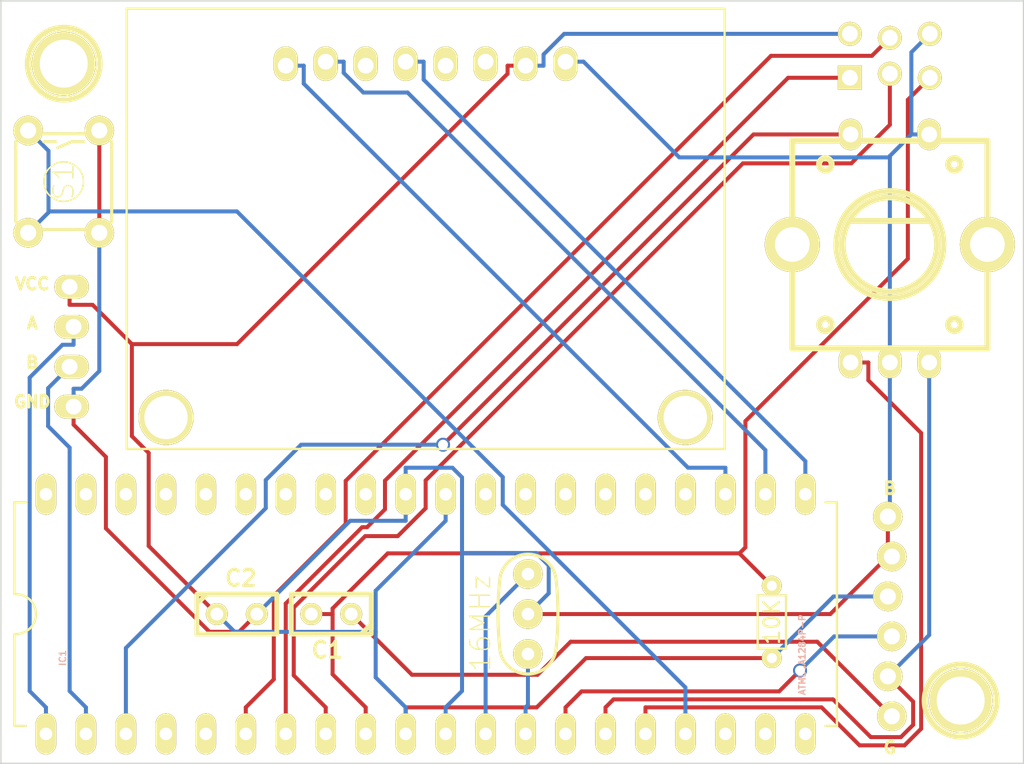
<source format=kicad_pcb>
(kicad_pcb (version 3) (host pcbnew "(2013-07-07 BZR 4022)-stable")

  (general
    (links 40)
    (no_connects 0)
    (area 222.949999 130.6364 291.529863 185.550001)
    (thickness 1.6)
    (drawings 10)
    (tracks 188)
    (zones 0)
    (modules 13)
    (nets 20)
  )

  (page A3)
  (layers
    (15 F.Cu signal)
    (0 B.Cu signal)
    (16 B.Adhes user)
    (17 F.Adhes user)
    (18 B.Paste user)
    (19 F.Paste user)
    (20 B.SilkS user)
    (21 F.SilkS user)
    (22 B.Mask user)
    (23 F.Mask user)
    (24 Dwgs.User user)
    (25 Cmts.User user)
    (26 Eco1.User user)
    (27 Eco2.User user)
    (28 Edge.Cuts user)
  )

  (setup
    (last_trace_width 0.254)
    (trace_clearance 0.254)
    (zone_clearance 0.508)
    (zone_45_only no)
    (trace_min 0.254)
    (segment_width 0.2)
    (edge_width 0.1)
    (via_size 0.889)
    (via_drill 0.635)
    (via_min_size 0.889)
    (via_min_drill 0.508)
    (uvia_size 0.508)
    (uvia_drill 0.127)
    (uvias_allowed no)
    (uvia_min_size 0.508)
    (uvia_min_drill 0.127)
    (pcb_text_width 0.3)
    (pcb_text_size 1.5 1.5)
    (mod_edge_width 0.15)
    (mod_text_size 1 1)
    (mod_text_width 0.15)
    (pad_size 3.5 3.5)
    (pad_drill 2.75)
    (pad_to_mask_clearance 0)
    (aux_axis_origin 0 0)
    (visible_elements 7FFFFFFF)
    (pcbplotparams
      (layerselection 284196865)
      (usegerberextensions true)
      (excludeedgelayer true)
      (linewidth 0.150000)
      (plotframeref false)
      (viasonmask false)
      (mode 1)
      (useauxorigin false)
      (hpglpennumber 1)
      (hpglpenspeed 20)
      (hpglpendiameter 15)
      (hpglpenoverlay 2)
      (psnegative false)
      (psa4output false)
      (plotreference true)
      (plotvalue true)
      (plotothertext true)
      (plotinvisibletext false)
      (padsonsilk false)
      (subtractmaskfromsilk false)
      (outputformat 1)
      (mirror false)
      (drillshape 0)
      (scaleselection 1)
      (outputdirectory gerber/))
  )

  (net 0 "")
  (net 1 5VCC)
  (net 2 BTN)
  (net 3 DISP_RST)
  (net 4 ENC_A)
  (net 5 ENC_B)
  (net 6 ENC_BTN)
  (net 7 GND)
  (net 8 MISO)
  (net 9 MOSI)
  (net 10 N-0000042)
  (net 11 NEOA)
  (net 12 NEOB)
  (net 13 RST)
  (net 14 SCK)
  (net 15 SCL)
  (net 16 SDA)
  (net 17 TOSC1)
  (net 18 TOSC2)
  (net 19 TXO)

  (net_class Default "This is the default net class."
    (clearance 0.254)
    (trace_width 0.254)
    (via_dia 0.889)
    (via_drill 0.635)
    (uvia_dia 0.508)
    (uvia_drill 0.127)
    (add_net "")
    (add_net 5VCC)
    (add_net BTN)
    (add_net DISP_RST)
    (add_net ENC_A)
    (add_net ENC_B)
    (add_net ENC_BTN)
    (add_net GND)
    (add_net MISO)
    (add_net MOSI)
    (add_net N-0000042)
    (add_net NEOA)
    (add_net NEOB)
    (add_net RST)
    (add_net SCK)
    (add_net SCL)
    (add_net SDA)
    (add_net TOSC1)
    (add_net TOSC2)
    (add_net TXO)
  )

  (module 1pin (layer F.Cu) (tedit 52C10461) (tstamp 52C4AB7E)
    (at 284 181.5)
    (descr "module 1 pin (ou trou mecanique de percage)")
    (tags DEV)
    (path 1pin)
    (fp_text reference 1PIN2 (at 0 -3.048) (layer F.SilkS) hide
      (effects (font (size 1.016 1.016) (thickness 0.254)))
    )
    (fp_text value p2 (at 0 2.794) (layer F.SilkS) hide
      (effects (font (size 1.016 1.016) (thickness 0.254)))
    )
    (fp_circle (center 0 0) (end 0 -2.286) (layer F.SilkS) (width 0.381))
    (pad 1 thru_hole circle (at 0 0) (size 4.064 4.064) (drill 3.048)
      (layers *.Cu *.Mask F.SilkS)
    )
  )

  (module pin_strip_4_shifted (layer F.Cu) (tedit 528D619F) (tstamp 52C0E803)
    (at 227.5 159 270)
    (descr "Pin strip 4pin")
    (tags "CONN DEV")
    (path /52C0DFAD)
    (fp_text reference J1 (at 0 -2.159 270) (layer F.SilkS) hide
      (effects (font (size 1.016 1.016) (thickness 0.2032)))
    )
    (fp_text value J_SIGNAL (at 0.254 -3.556 270) (layer F.SilkS) hide
      (effects (font (size 1.016 0.889) (thickness 0.2032)))
    )
    (pad 1 thru_hole oval (at -3.81 0.127 270) (size 1.524 2.19964) (drill 1.00076 (offset 0 -0.127))
      (layers *.Cu *.Mask F.SilkS)
      (net 1 5VCC)
    )
    (pad 2 thru_hole oval (at -1.27 -0.127 270) (size 1.524 2.19964) (drill 1.00076 (offset 0 0.127))
      (layers *.Cu *.Mask F.SilkS)
      (net 11 NEOA)
    )
    (pad 3 thru_hole oval (at 1.27 0.127 270) (size 1.524 2.19964) (drill 1.00076 (offset 0 -0.127))
      (layers *.Cu *.Mask F.SilkS)
      (net 12 NEOB)
    )
    (pad 4 thru_hole oval (at 3.81 -0.127 270) (size 1.524 2.19964) (drill 1.00076 (offset 0 0.127))
      (layers *.Cu *.Mask F.SilkS)
      (net 7 GND)
    )
    (model walter/pin_strip/pin_strip_4.wrl
      (at (xyz 0 0 0))
      (scale (xyz 1 1 1))
      (rotate (xyz 0 0 0))
    )
  )

  (module ML_RESONATOR_16MHZ_PTH (layer F.Cu) (tedit 52C0F9C2) (tstamp 52C0E80E)
    (at 256.5 176 270)
    (path /522FBF5A)
    (attr virtual)
    (fp_text reference Y1 (at 0 -2.54 270) (layer F.SilkS) hide
      (effects (font (size 1.27 1.27) (thickness 0.0889)))
    )
    (fp_text value 16MHz (at 0.5842 3.0226 270) (layer F.SilkS)
      (effects (font (size 1.27 1.27) (thickness 0.0889)))
    )
    (fp_arc (start -2.00914 0) (end -2.286 1.778) (angle 162.4) (layer F.SilkS) (width 0.2032))
    (fp_arc (start 2.00914 0) (end 2.286 -1.778) (angle 162.4) (layer F.SilkS) (width 0.2032))
    (fp_arc (start 0 -18.7325) (end 2.286 1.778) (angle 12.7) (layer F.SilkS) (width 0.2032))
    (fp_arc (start 0 18.669) (end -2.286 -1.778) (angle 12.7) (layer F.SilkS) (width 0.2032))
    (pad 1 thru_hole circle (at -2.54 0 270) (size 1.8796 1.8796) (drill 0.79756)
      (layers *.Cu *.Mask F.Paste F.SilkS)
      (net 18 TOSC2)
    )
    (pad 2 thru_hole circle (at 0 0 270) (size 1.8796 1.8796) (drill 0.79756)
      (layers *.Cu *.Mask F.Paste F.SilkS)
      (net 7 GND)
    )
    (pad 3 thru_hole circle (at 2.54 0 270) (size 1.8796 1.8796) (drill 0.79756)
      (layers *.Cu *.Mask F.Paste F.SilkS)
      (net 17 TOSC1)
    )
  )

  (module ML_FTDI_shifted_pads (layer F.Cu) (tedit 528D5F41) (tstamp 52C0E832)
    (at 279.5 182.5 90)
    (path /522FBB4E)
    (attr virtual)
    (fp_text reference JP2 (at 4.36626 -2.4638 90) (layer F.SilkS) hide
      (effects (font (size 1.27 1.27) (thickness 0.0889)))
    )
    (fp_text value FTDI (at 6 2.5 90) (layer F.SilkS) hide
      (effects (font (size 1.27 1.27) (thickness 0.0889)))
    )
    (fp_line (start 12.446 0.254) (end 12.954 0.254) (layer F.SilkS) (width 0.06604))
    (fp_line (start 12.954 0.254) (end 12.954 -0.254) (layer F.SilkS) (width 0.06604))
    (fp_line (start 12.446 -0.254) (end 12.954 -0.254) (layer F.SilkS) (width 0.06604))
    (fp_line (start 12.446 0.254) (end 12.446 -0.254) (layer F.SilkS) (width 0.06604))
    (fp_line (start 9.906 0.254) (end 10.414 0.254) (layer F.SilkS) (width 0.06604))
    (fp_line (start 10.414 0.254) (end 10.414 -0.254) (layer F.SilkS) (width 0.06604))
    (fp_line (start 9.906 -0.254) (end 10.414 -0.254) (layer F.SilkS) (width 0.06604))
    (fp_line (start 9.906 0.254) (end 9.906 -0.254) (layer F.SilkS) (width 0.06604))
    (fp_line (start 7.366 0.254) (end 7.874 0.254) (layer F.SilkS) (width 0.06604))
    (fp_line (start 7.874 0.254) (end 7.874 -0.254) (layer F.SilkS) (width 0.06604))
    (fp_line (start 7.366 -0.254) (end 7.874 -0.254) (layer F.SilkS) (width 0.06604))
    (fp_line (start 7.366 0.254) (end 7.366 -0.254) (layer F.SilkS) (width 0.06604))
    (fp_line (start 4.826 0.254) (end 5.334 0.254) (layer F.SilkS) (width 0.06604))
    (fp_line (start 5.334 0.254) (end 5.334 -0.254) (layer F.SilkS) (width 0.06604))
    (fp_line (start 4.826 -0.254) (end 5.334 -0.254) (layer F.SilkS) (width 0.06604))
    (fp_line (start 4.826 0.254) (end 4.826 -0.254) (layer F.SilkS) (width 0.06604))
    (fp_line (start 2.286 0.254) (end 2.794 0.254) (layer F.SilkS) (width 0.06604))
    (fp_line (start 2.794 0.254) (end 2.794 -0.254) (layer F.SilkS) (width 0.06604))
    (fp_line (start 2.286 -0.254) (end 2.794 -0.254) (layer F.SilkS) (width 0.06604))
    (fp_line (start 2.286 0.254) (end 2.286 -0.254) (layer F.SilkS) (width 0.06604))
    (fp_line (start -0.254 0.254) (end 0.254 0.254) (layer F.SilkS) (width 0.06604))
    (fp_line (start 0.254 0.254) (end 0.254 -0.254) (layer F.SilkS) (width 0.06604))
    (fp_line (start -0.254 -0.254) (end 0.254 -0.254) (layer F.SilkS) (width 0.06604))
    (fp_line (start -0.254 0.254) (end -0.254 -0.254) (layer F.SilkS) (width 0.06604))
    (fp_text user G (at -2.159 0 90) (layer F.SilkS) hide
      (effects (font (size 1.27 1.27) (thickness 0.0889)))
    )
    (fp_text user B (at 14.732 0 90) (layer F.SilkS) hide
      (effects (font (size 1.27 1.27) (thickness 0.0889)))
    )
    (pad CTS thru_hole circle (at 10.16 0.127 90) (size 1.8796 1.8796) (drill 1.016)
      (layers *.Cu *.Mask F.Paste F.SilkS)
      (net 7 GND)
    )
    (pad DTR thru_hole circle (at 0 0.127 90) (size 1.8796 1.8796) (drill 1.016)
      (layers *.Cu *.Mask F.Paste F.SilkS)
      (net 10 N-0000042)
    )
    (pad GND thru_hole circle (at 12.7 -0.127 90) (size 1.8796 1.8796) (drill 1.016)
      (layers *.Cu *.Mask F.Paste F.SilkS)
      (net 7 GND)
    )
    (pad RXI thru_hole circle (at 2.54 -0.127 90) (size 1.8796 1.8796) (drill 1.016)
      (layers *.Cu *.Mask F.Paste F.SilkS)
      (net 5 ENC_B)
    )
    (pad TXO thru_hole circle (at 5.08 0.127 90) (size 1.8796 1.8796) (drill 1.016)
      (layers *.Cu *.Mask F.Paste F.SilkS)
      (net 19 TXO)
    )
    (pad VCC thru_hole circle (at 7.62 -0.127 90) (size 1.8796 1.8796) (drill 1.016)
      (layers *.Cu *.Mask F.Paste F.SilkS)
      (net 1 5VCC)
    )
  )

  (module ML_DIL40 (layer F.Cu) (tedit 52C0E775) (tstamp 52C2C400)
    (at 250 176)
    (descr "DUAL IN LINE PACKAGE: 40-PIN PDIP")
    (tags "DUAL IN LINE PACKAGE: 40-PIN PDIP")
    (path /5277F70B)
    (attr virtual)
    (fp_text reference IC1 (at -23.0632 2.794 90) (layer B.SilkS)
      (effects (font (size 0.4064 0.4064) (thickness 0.0889)))
    )
    (fp_text value ATMEGA1284P-P (at 23.9268 2.58826 90) (layer B.SilkS)
      (effects (font (size 0.4064 0.4064) (thickness 0.0889)))
    )
    (fp_line (start 26.1366 -7.112) (end 26.1366 7.112) (layer F.SilkS) (width 0.1524))
    (fp_line (start -26.1366 7.112) (end -26.1366 1.27) (layer F.SilkS) (width 0.1524))
    (fp_line (start -26.1366 -7.112) (end -26.1366 -1.27) (layer F.SilkS) (width 0.1524))
    (fp_line (start -26.1366 -7.112) (end -25.4 -7.112) (layer F.SilkS) (width 0.1524))
    (fp_line (start -26.1366 7.112) (end -25.4 7.112) (layer F.SilkS) (width 0.1524))
    (fp_line (start 26.1366 7.112) (end 25.4 7.112) (layer F.SilkS) (width 0.1524))
    (fp_line (start 26.1366 -7.112) (end 25.4 -7.112) (layer F.SilkS) (width 0.1524))
    (fp_arc (start -26.035 0) (end -26.035 -1.27) (angle 180) (layer F.SilkS) (width 0.1524))
    (pad 1 thru_hole oval (at -24.13 7.62) (size 1.30556 2.61366) (drill 0.79756)
      (layers *.Cu *.Mask F.Paste F.SilkS)
      (net 11 NEOA)
    )
    (pad 2 thru_hole oval (at -21.59 7.62) (size 1.30556 2.61366) (drill 0.79756)
      (layers *.Cu *.Mask F.Paste F.SilkS)
      (net 12 NEOB)
    )
    (pad 3 thru_hole oval (at -19.05 7.62) (size 1.30556 2.61366) (drill 0.79756)
      (layers *.Cu *.Mask F.Paste F.SilkS)
      (net 6 ENC_BTN)
    )
    (pad 4 thru_hole oval (at -16.51 7.62) (size 1.30556 2.61366) (drill 0.79756)
      (layers *.Cu *.Mask F.Paste F.SilkS)
    )
    (pad 5 thru_hole oval (at -13.97 7.62) (size 1.30556 2.61366) (drill 0.79756)
      (layers *.Cu *.Mask F.Paste F.SilkS)
    )
    (pad 6 thru_hole oval (at -11.43 7.62) (size 1.30556 2.61366) (drill 0.79756)
      (layers *.Cu *.Mask F.Paste F.SilkS)
      (net 9 MOSI)
    )
    (pad 7 thru_hole oval (at -8.89 7.62) (size 1.30556 2.61366) (drill 0.79756)
      (layers *.Cu *.Mask F.Paste F.SilkS)
      (net 8 MISO)
    )
    (pad 8 thru_hole oval (at -6.35 7.62) (size 1.30556 2.61366) (drill 0.79756)
      (layers *.Cu *.Mask F.Paste F.SilkS)
      (net 14 SCK)
    )
    (pad 9 thru_hole oval (at -3.81 7.62) (size 1.30556 2.61366) (drill 0.79756)
      (layers *.Cu *.Mask F.Paste F.SilkS)
      (net 13 RST)
    )
    (pad 10 thru_hole oval (at -1.27 7.62) (size 1.30556 2.61366) (drill 0.79756)
      (layers *.Cu *.Mask F.Paste F.SilkS)
      (net 1 5VCC)
    )
    (pad 11 thru_hole oval (at 1.27 7.62) (size 1.30556 2.61366) (drill 0.79756)
      (layers *.Cu *.Mask F.Paste F.SilkS)
      (net 7 GND)
    )
    (pad 12 thru_hole oval (at 3.81 7.62) (size 1.30556 2.61366) (drill 0.79756)
      (layers *.Cu *.Mask F.Paste F.SilkS)
      (net 18 TOSC2)
    )
    (pad 13 thru_hole oval (at 6.35 7.62) (size 1.30556 2.61366) (drill 0.79756)
      (layers *.Cu *.Mask F.Paste F.SilkS)
      (net 17 TOSC1)
    )
    (pad 14 thru_hole oval (at 8.89 7.62) (size 1.30556 2.61366) (drill 0.79756)
      (layers *.Cu *.Mask F.Paste F.SilkS)
      (net 19 TXO)
    )
    (pad 15 thru_hole oval (at 11.43 7.62) (size 1.30556 2.61366) (drill 0.79756)
      (layers *.Cu *.Mask F.Paste F.SilkS)
      (net 5 ENC_B)
    )
    (pad 16 thru_hole oval (at 13.97 7.62) (size 1.30556 2.61366) (drill 0.79756)
      (layers *.Cu *.Mask F.Paste F.SilkS)
      (net 4 ENC_A)
    )
    (pad 17 thru_hole oval (at 16.51 7.62) (size 1.30556 2.61366) (drill 0.79756)
      (layers *.Cu *.Mask F.Paste F.SilkS)
      (net 2 BTN)
    )
    (pad 18 thru_hole oval (at 19.05 7.62) (size 1.30556 2.61366) (drill 0.79756)
      (layers *.Cu *.Mask F.Paste F.SilkS)
    )
    (pad 19 thru_hole oval (at 21.59 7.62) (size 1.30556 2.61366) (drill 0.79756)
      (layers *.Cu *.Mask F.Paste F.SilkS)
    )
    (pad 20 thru_hole oval (at 24.13 7.62) (size 1.30556 2.61366) (drill 0.79756)
      (layers *.Cu *.Mask F.Paste F.SilkS)
    )
    (pad 21 thru_hole oval (at 24.13 -7.62) (size 1.30556 2.61366) (drill 0.79756)
      (layers *.Cu *.Mask F.Paste F.SilkS)
      (net 3 DISP_RST)
    )
    (pad 22 thru_hole oval (at 21.59 -7.62) (size 1.30556 2.61366) (drill 0.79756)
      (layers *.Cu *.Mask F.Paste F.SilkS)
      (net 15 SCL)
    )
    (pad 23 thru_hole oval (at 19.05 -7.62) (size 1.30556 2.61366) (drill 0.79756)
      (layers *.Cu *.Mask F.Paste F.SilkS)
      (net 16 SDA)
    )
    (pad 24 thru_hole oval (at 16.51 -7.62) (size 1.30556 2.61366) (drill 0.79756)
      (layers *.Cu *.Mask F.Paste F.SilkS)
    )
    (pad 25 thru_hole oval (at 13.97 -7.62) (size 1.30556 2.61366) (drill 0.79756)
      (layers *.Cu *.Mask F.Paste F.SilkS)
    )
    (pad 26 thru_hole oval (at 11.43 -7.62) (size 1.30556 2.61366) (drill 0.79756)
      (layers *.Cu *.Mask F.Paste F.SilkS)
    )
    (pad 27 thru_hole oval (at 8.89 -7.62) (size 1.30556 2.61366) (drill 0.79756)
      (layers *.Cu *.Mask F.Paste F.SilkS)
    )
    (pad 28 thru_hole oval (at 6.35 -7.62) (size 1.30556 2.61366) (drill 0.79756)
      (layers *.Cu *.Mask F.Paste F.SilkS)
    )
    (pad 29 thru_hole oval (at 3.81 -7.62) (size 1.30556 2.61366) (drill 0.79756)
      (layers *.Cu *.Mask F.Paste F.SilkS)
    )
    (pad 30 thru_hole oval (at 1.27 -7.62) (size 1.30556 2.61366) (drill 0.79756)
      (layers *.Cu *.Mask F.Paste F.SilkS)
      (net 1 5VCC)
    )
    (pad 31 thru_hole oval (at -1.27 -7.62) (size 1.30556 2.61366) (drill 0.79756)
      (layers *.Cu *.Mask F.Paste F.SilkS)
      (net 7 GND)
    )
    (pad 32 thru_hole oval (at -3.81 -7.62) (size 1.30556 2.61366) (drill 0.79756)
      (layers *.Cu *.Mask F.Paste F.SilkS)
    )
    (pad 33 thru_hole oval (at -6.35 -7.62) (size 1.30556 2.61366) (drill 0.79756)
      (layers *.Cu *.Mask F.Paste F.SilkS)
    )
    (pad 34 thru_hole oval (at -8.89 -7.62) (size 1.30556 2.61366) (drill 0.79756)
      (layers *.Cu *.Mask F.Paste F.SilkS)
    )
    (pad 35 thru_hole oval (at -11.43 -7.62) (size 1.30556 2.61366) (drill 0.79756)
      (layers *.Cu *.Mask F.Paste F.SilkS)
    )
    (pad 36 thru_hole oval (at -13.97 -7.62) (size 1.30556 2.61366) (drill 0.79756)
      (layers *.Cu *.Mask F.Paste F.SilkS)
    )
    (pad 37 thru_hole oval (at -16.51 -7.62) (size 1.30556 2.61366) (drill 0.79756)
      (layers *.Cu *.Mask F.Paste F.SilkS)
    )
    (pad 38 thru_hole oval (at -19.05 -7.62) (size 1.30556 2.61366) (drill 0.79756)
      (layers *.Cu *.Mask F.Paste F.SilkS)
    )
    (pad 39 thru_hole oval (at -21.59 -7.62) (size 1.30556 2.61366) (drill 0.79756)
      (layers *.Cu *.Mask F.Paste F.SilkS)
    )
    (pad 40 thru_hole oval (at -24.13 -7.62) (size 1.30556 2.61366) (drill 0.79756)
      (layers *.Cu *.Mask F.Paste F.SilkS)
    )
  )

  (module ICSP_shifted_pads (layer F.Cu) (tedit 528D6071) (tstamp 52C0E889)
    (at 279.5 140.5)
    (descr "Pin strip 3x2pin")
    (tags "CONN DEV")
    (path /522FB9A7)
    (fp_text reference JP1 (at 0 -3.81) (layer F.SilkS) hide
      (effects (font (size 1.016 1.016) (thickness 0.2032)))
    )
    (fp_text value ICSP (at 0 -5.08) (layer F.SilkS) hide
      (effects (font (size 1.016 0.889) (thickness 0.2032)))
    )
    (pad 1 thru_hole rect (at -2.54 1.397) (size 1.524 1.524) (drill 1.00076)
      (layers *.Cu *.Mask F.SilkS)
      (net 8 MISO)
    )
    (pad 2 thru_hole circle (at -2.54 -1.397) (size 1.524 1.524) (drill 1.00076)
      (layers *.Cu *.Mask F.SilkS)
      (net 1 5VCC)
    )
    (pad 3 thru_hole circle (at 0 1.143) (size 1.524 1.524) (drill 1.00076)
      (layers *.Cu *.Mask F.SilkS)
      (net 14 SCK)
    )
    (pad 4 thru_hole circle (at 0 -1.143) (size 1.524 1.524) (drill 1.00076)
      (layers *.Cu *.Mask F.SilkS)
      (net 9 MOSI)
    )
    (pad 5 thru_hole circle (at 2.54 1.397) (size 1.524 1.524) (drill 1.00076)
      (layers *.Cu *.Mask F.SilkS)
      (net 13 RST)
    )
    (pad 6 thru_hole circle (at 2.54 -1.397) (size 1.524 1.524) (drill 1.00076)
      (layers *.Cu *.Mask F.SilkS)
      (net 7 GND)
    )
    (model walter/pin_strip/pin_strip_3x2.wrl
      (at (xyz 0 0 0))
      (scale (xyz 1 1 1))
      (rotate (xyz 0 0 0))
    )
  )

  (module encoder_alps-ec12d (layer F.Cu) (tedit 52C10198) (tstamp 52C0E89F)
    (at 279.5 152.5)
    (descr "12mm rotary encoder, Alps EC12D")
    (tags encoder)
    (path /52C0DA05)
    (autoplace_cost180 10)
    (fp_text reference E1 (at 0 9.99998) (layer F.SilkS) hide
      (effects (font (size 1.50114 1.50114) (thickness 0.20066)))
    )
    (fp_text value ENCODER_SWITCH (at 0 -7.80034) (layer F.SilkS) hide
      (effects (font (size 1.50114 1.50114) (thickness 0.20066)))
    )
    (fp_circle (center 4.09956 5.10032) (end 4.50088 5.10032) (layer F.SilkS) (width 0.381))
    (fp_circle (center -4.09956 5.10032) (end -4.50088 5.10032) (layer F.SilkS) (width 0.381))
    (fp_circle (center 4.09956 -5.10032) (end 3.70078 -5.10032) (layer F.SilkS) (width 0.381))
    (fp_circle (center -4.09956 -5.10032) (end -4.50088 -5.10032) (layer F.SilkS) (width 0.381))
    (fp_line (start -2.60096 -1.50114) (end 2.60096 -1.50114) (layer F.SilkS) (width 0.381))
    (fp_circle (center 0 0) (end -2.99974 0) (layer F.SilkS) (width 0.381))
    (fp_circle (center 0 0) (end -3.40106 0) (layer F.SilkS) (width 0.381))
    (fp_line (start -6.20014 6.59892) (end 6.20014 6.59892) (layer F.SilkS) (width 0.381))
    (fp_line (start 6.20014 6.59892) (end 6.20014 -6.59892) (layer F.SilkS) (width 0.381))
    (fp_line (start 6.20014 -6.59892) (end -6.20014 -6.59892) (layer F.SilkS) (width 0.381))
    (fp_line (start -6.20014 -6.59892) (end -6.20014 6.59892) (layer F.SilkS) (width 0.381))
    (pad 1 thru_hole oval (at -2.49936 7.50062) (size 1.50114 1.99898) (drill 1.00076)
      (layers *.Cu *.Mask F.SilkS)
      (net 4 ENC_A)
    )
    (pad 2 thru_hole oval (at 0 7.50062) (size 1.50114 1.99898) (drill 1.00076)
      (layers *.Cu *.Mask F.SilkS)
      (net 7 GND)
    )
    (pad 3 thru_hole oval (at 2.49936 7.50062) (size 1.50114 1.99898) (drill 1.00076)
      (layers *.Cu *.Mask F.SilkS)
      (net 5 ENC_B)
    )
    (pad "" thru_hole circle (at -6.20014 0) (size 3.50012 3.50012) (drill 2.19964)
      (layers *.Cu *.Mask F.SilkS)
    )
    (pad "" thru_hole circle (at 6.20014 0) (size 3.50012 3.50012) (drill 2.19964)
      (layers *.Cu *.Mask F.SilkS)
    )
    (pad 5 thru_hole oval (at -2.49936 -7.00024) (size 1.50114 1.99898) (drill 1.00076)
      (layers *.Cu *.Mask F.SilkS)
      (net 6 ENC_BTN)
    )
    (pad 4 thru_hole oval (at 2.49936 -7.00024) (size 1.50114 1.99898) (drill 1.00076)
      (layers *.Cu *.Mask F.SilkS)
      (net 7 GND)
    )
    (model walter/misc_comp/encoder_alps-ec12d.wrl
      (at (xyz 0 0 0))
      (scale (xyz 1 1 1))
      (rotate (xyz 0 0 0))
    )
  )

  (module C1 (layer F.Cu) (tedit 3F92C496) (tstamp 52C0E8AA)
    (at 244 176 180)
    (descr "Condensateur e = 1 pas")
    (tags C)
    (path /522FBC24)
    (fp_text reference C1 (at 0.254 -2.286 180) (layer F.SilkS)
      (effects (font (size 1.016 1.016) (thickness 0.2032)))
    )
    (fp_text value 0.1uF (at 0 -2.286 180) (layer F.SilkS) hide
      (effects (font (size 1.016 1.016) (thickness 0.2032)))
    )
    (fp_line (start -2.4892 -1.27) (end 2.54 -1.27) (layer F.SilkS) (width 0.3048))
    (fp_line (start 2.54 -1.27) (end 2.54 1.27) (layer F.SilkS) (width 0.3048))
    (fp_line (start 2.54 1.27) (end -2.54 1.27) (layer F.SilkS) (width 0.3048))
    (fp_line (start -2.54 1.27) (end -2.54 -1.27) (layer F.SilkS) (width 0.3048))
    (fp_line (start -2.54 -0.635) (end -1.905 -1.27) (layer F.SilkS) (width 0.3048))
    (pad 1 thru_hole circle (at -1.27 0 180) (size 1.397 1.397) (drill 0.8128)
      (layers *.Cu *.Mask F.SilkS)
      (net 10 N-0000042)
    )
    (pad 2 thru_hole circle (at 1.27 0 180) (size 1.397 1.397) (drill 0.8128)
      (layers *.Cu *.Mask F.SilkS)
      (net 13 RST)
    )
    (model discret/capa_1_pas.wrl
      (at (xyz 0 0 0))
      (scale (xyz 1 1 1))
      (rotate (xyz 0 0 0))
    )
  )

  (module C1 (layer F.Cu) (tedit 3F92C496) (tstamp 52C0E8B5)
    (at 238 176)
    (descr "Condensateur e = 1 pas")
    (tags C)
    (path /522FBCC4)
    (fp_text reference C2 (at 0.254 -2.286) (layer F.SilkS)
      (effects (font (size 1.016 1.016) (thickness 0.2032)))
    )
    (fp_text value 0.1uF (at 0 -2.286) (layer F.SilkS) hide
      (effects (font (size 1.016 1.016) (thickness 0.2032)))
    )
    (fp_line (start -2.4892 -1.27) (end 2.54 -1.27) (layer F.SilkS) (width 0.3048))
    (fp_line (start 2.54 -1.27) (end 2.54 1.27) (layer F.SilkS) (width 0.3048))
    (fp_line (start 2.54 1.27) (end -2.54 1.27) (layer F.SilkS) (width 0.3048))
    (fp_line (start -2.54 1.27) (end -2.54 -1.27) (layer F.SilkS) (width 0.3048))
    (fp_line (start -2.54 -0.635) (end -1.905 -1.27) (layer F.SilkS) (width 0.3048))
    (pad 1 thru_hole circle (at -1.27 0) (size 1.397 1.397) (drill 0.8128)
      (layers *.Cu *.Mask F.SilkS)
      (net 1 5VCC)
    )
    (pad 2 thru_hole circle (at 1.27 0) (size 1.397 1.397) (drill 0.8128)
      (layers *.Cu *.Mask F.SilkS)
      (net 7 GND)
    )
    (model discret/capa_1_pas.wrl
      (at (xyz 0 0 0))
      (scale (xyz 1 1 1))
      (rotate (xyz 0 0 0))
    )
  )

  (module ML_R1-8W (layer F.Cu) (tedit 52C0FA10) (tstamp 52C0E7E7)
    (at 272 176.5 90)
    (descr http://www.mouser.com/ProductDetail/Xicon/299-330-RC/?qs=sGAEpiMZZMu61qfTUdNhG1aMK7XKB77EKzTqu4lEvbw%3d)
    (path /522FBCB7)
    (fp_text reference R1 (at 0 0 90) (layer F.SilkS) hide
      (effects (font (size 1 1) (thickness 0.15)))
    )
    (fp_text value 10K (at 0 0 90) (layer F.SilkS)
      (effects (font (size 1 1) (thickness 0.15)))
    )
    (fp_line (start 1.7 -0.9) (end -1.7 -0.9) (layer F.SilkS) (width 0.15))
    (fp_line (start -1.7 -0.9) (end -1.7 0.9) (layer F.SilkS) (width 0.15))
    (fp_line (start -1.7 0.9) (end 1.7 0.9) (layer F.SilkS) (width 0.15))
    (fp_line (start 1.7 0.9) (end 1.7 -0.9) (layer F.SilkS) (width 0.15))
    (pad 1 thru_hole circle (at -2.3 0 90) (size 1.27 1.27) (drill 0.635)
      (layers *.Cu *.Mask F.SilkS)
      (net 1 5VCC)
    )
    (pad 2 thru_hole circle (at 2.3 0 90) (size 1.27 1.27) (drill 0.635)
      (layers *.Cu *.Mask F.SilkS)
      (net 13 RST)
    )
  )

  (module ML_ADA_OLED_096 (layer F.Cu) (tedit 52C0F7D9) (tstamp 52C2C5C1)
    (at 250 141)
    (descr "Pin strip 8pin")
    (tags "CONN DEV")
    (path /52C0E1D7)
    (fp_text reference J2 (at 0 -8) (layer F.SilkS) hide
      (effects (font (size 1.016 1.016) (thickness 0.2032)))
    )
    (fp_text value J_DISPLAY (at 0 -9.5) (layer F.SilkS) hide
      (effects (font (size 1.016 0.889) (thickness 0.2032)))
    )
    (fp_line (start 0 -3.5) (end 19 -3.5) (layer F.SilkS) (width 0.15))
    (fp_line (start 19 -3.5) (end 19 24.5) (layer F.SilkS) (width 0.15))
    (fp_line (start 19 24.5) (end -19 24.5) (layer F.SilkS) (width 0.15))
    (fp_line (start -19 24.5) (end -19 -3.5) (layer F.SilkS) (width 0.15))
    (fp_line (start -19 -3.5) (end 0 -3.5) (layer F.SilkS) (width 0.15))
    (pad 9 thru_hole circle (at 16.5 22.5) (size 3.5 3.5) (drill 2.75)
      (layers *.Cu *.Mask F.SilkS)
    )
    (pad 1 thru_hole oval (at -8.89 0.127) (size 1.524 2.19964) (drill 1.00076 (offset 0 -0.127))
      (layers *.Cu *.Mask F.SilkS)
      (net 16 SDA)
    )
    (pad 2 thru_hole oval (at -6.35 -0.127) (size 1.524 2.19964) (drill 1.00076 (offset 0 0.127))
      (layers *.Cu *.Mask F.SilkS)
      (net 15 SCL)
    )
    (pad 3 thru_hole oval (at -3.81 0.127) (size 1.524 2.19964) (drill 1.00076 (offset 0 -0.127))
      (layers *.Cu *.Mask F.SilkS)
    )
    (pad 4 thru_hole oval (at -1.27 -0.127) (size 1.524 2.19964) (drill 1.00076 (offset 0 0.127))
      (layers *.Cu *.Mask F.SilkS)
      (net 3 DISP_RST)
    )
    (pad 5 thru_hole oval (at 1.27 0.127) (size 1.524 2.19964) (drill 1.00076 (offset 0 -0.127))
      (layers *.Cu *.Mask F.SilkS)
    )
    (pad 6 thru_hole oval (at 3.81 -0.127) (size 1.524 2.19964) (drill 1.00076 (offset 0 0.127))
      (layers *.Cu *.Mask F.SilkS)
    )
    (pad 7 thru_hole oval (at 6.35 0.127) (size 1.524 2.19964) (drill 1.00076 (offset 0 -0.127))
      (layers *.Cu *.Mask F.SilkS)
      (net 1 5VCC)
    )
    (pad 8 thru_hole oval (at 8.89 -0.127) (size 1.524 2.19964) (drill 1.00076 (offset 0 0.127))
      (layers *.Cu *.Mask F.SilkS)
      (net 7 GND)
    )
    (pad 9 thru_hole circle (at -16.5 22.5) (size 3.5 3.5) (drill 2.75)
      (layers *.Cu *.Mask F.SilkS)
    )
    (model walter/pin_strip/pin_strip_8.wrl
      (at (xyz 0 0 0))
      (scale (xyz 1 1 1))
      (rotate (xyz 0 0 0))
    )
  )

  (module ML_6mm_TACTILE-PTH (layer F.Cu) (tedit 528A8AFC) (tstamp 52C0E7DF)
    (at 227 148.5 270)
    (descr "OMRON SWITCH")
    (tags "OMRON SWITCH")
    (path /52C0DD10)
    (attr virtual)
    (fp_text reference S1 (at 0 0 270) (layer F.SilkS)
      (effects (font (size 1.27 1.27) (thickness 0.0889)))
    )
    (fp_text value TAC_SWITCHPTH (at 0 0 270) (layer F.SilkS)
      (effects (font (size 0.0004 0.0004) (thickness 0.00012)))
    )
    (fp_line (start 3.048 -1.016) (end 3.048 -2.54) (layer F.SilkS) (width 0.2032))
    (fp_line (start 3.048 -2.54) (end 2.54 -3.048) (layer F.SilkS) (width 0.2032))
    (fp_line (start 2.54 3.048) (end 3.048 2.54) (layer F.SilkS) (width 0.2032))
    (fp_line (start 3.048 2.54) (end 3.048 1.016) (layer F.SilkS) (width 0.2032))
    (fp_line (start -2.54 -3.048) (end -3.048 -2.54) (layer F.SilkS) (width 0.2032))
    (fp_line (start -3.048 -2.54) (end -3.048 -1.016) (layer F.SilkS) (width 0.2032))
    (fp_line (start -2.54 3.048) (end -3.048 2.54) (layer F.SilkS) (width 0.2032))
    (fp_line (start -3.048 2.54) (end -3.048 1.016) (layer F.SilkS) (width 0.2032))
    (fp_line (start 2.54 3.048) (end 2.159 3.048) (layer F.SilkS) (width 0.2032))
    (fp_line (start -2.54 3.048) (end -2.159 3.048) (layer F.SilkS) (width 0.2032))
    (fp_line (start -2.54 -3.048) (end -2.159 -3.048) (layer F.SilkS) (width 0.2032))
    (fp_line (start 2.54 -3.048) (end 2.159 -3.048) (layer F.SilkS) (width 0.2032))
    (fp_line (start 2.159 -3.048) (end -2.159 -3.048) (layer F.SilkS) (width 0.2032))
    (fp_line (start -2.159 3.048) (end 2.159 3.048) (layer F.SilkS) (width 0.2032))
    (fp_line (start 3.048 -0.99568) (end 3.048 1.016) (layer F.SilkS) (width 0.2032))
    (fp_line (start -3.048 -1.02616) (end -3.048 1.016) (layer F.SilkS) (width 0.2032))
    (fp_line (start -2.54 -1.27) (end -2.54 -0.508) (layer F.SilkS) (width 0.2032))
    (fp_line (start -2.54 0.508) (end -2.54 1.27) (layer F.SilkS) (width 0.2032))
    (fp_line (start -2.54 -0.508) (end -2.159 0.381) (layer F.SilkS) (width 0.2032))
    (fp_circle (center 0 0) (end -0.889 0.889) (layer F.SilkS) (width 0.1016))
    (pad 1 thru_hole circle (at -3.2512 -2.2606 270) (size 1.8796 1.8796) (drill 1.016)
      (layers *.Cu *.Mask F.Paste F.SilkS)
      (net 7 GND)
    )
    (pad 2 thru_hole circle (at 3.2512 -2.2606 270) (size 1.8796 1.8796) (drill 1.016)
      (layers *.Cu *.Mask F.Paste F.SilkS)
      (net 7 GND)
    )
    (pad 3 thru_hole circle (at -3.2512 2.2606 270) (size 1.8796 1.8796) (drill 1.016)
      (layers *.Cu *.Mask F.Paste F.SilkS)
      (net 2 BTN)
    )
    (pad 4 thru_hole circle (at 3.2512 2.2606 270) (size 1.8796 1.8796) (drill 1.016)
      (layers *.Cu *.Mask F.Paste F.SilkS)
      (net 2 BTN)
    )
  )

  (module 1pin (layer F.Cu) (tedit 52C1045B) (tstamp 52C4AB61)
    (at 227 141)
    (descr "module 1 pin (ou trou mecanique de percage)")
    (tags DEV)
    (path 1pin)
    (fp_text reference 1PIN1 (at 0 -3.048) (layer F.SilkS) hide
      (effects (font (size 1.016 1.016) (thickness 0.254)))
    )
    (fp_text value p1 (at 0 2.794) (layer F.SilkS) hide
      (effects (font (size 1.016 1.016) (thickness 0.254)))
    )
    (fp_circle (center 0 0) (end 0 -2.286) (layer F.SilkS) (width 0.381))
    (pad 1 thru_hole circle (at 0 0) (size 4.064 4.064) (drill 3.048)
      (layers *.Cu *.Mask F.SilkS)
    )
  )

  (gr_text G (at 279.5 184.5) (layer F.SilkS)
    (effects (font (size 0.75 0.75) (thickness 0.1875)))
  )
  (gr_text B (at 279.5 168) (layer F.SilkS)
    (effects (font (size 0.75 0.75) (thickness 0.1875)))
  )
  (gr_text GND (at 225 162.5) (layer F.SilkS)
    (effects (font (size 0.75 0.75) (thickness 0.1875)))
  )
  (gr_text B (at 225 160) (layer F.SilkS)
    (effects (font (size 0.75 0.75) (thickness 0.1875)))
  )
  (gr_text A (at 225 157.5) (layer F.SilkS)
    (effects (font (size 0.75 0.75) (thickness 0.1875)))
  )
  (gr_text VCC (at 225 155) (layer F.SilkS)
    (effects (font (size 0.75 0.75) (thickness 0.1875)))
  )
  (gr_line (start 223 185.5) (end 223 137) (angle 90) (layer Edge.Cuts) (width 0.1))
  (gr_line (start 288 185.5) (end 223 185.5) (angle 90) (layer Edge.Cuts) (width 0.1))
  (gr_line (start 288 137) (end 288 185.5) (angle 90) (layer Edge.Cuts) (width 0.1))
  (gr_line (start 223 137) (end 288 137) (angle 90) (layer Edge.Cuts) (width 0.1))

  (segment (start 248.73 183.62) (end 248.73 181.9318) (width 0.254) (layer B.Cu) (net 1))
  (segment (start 237.8624 177.1324) (end 246.8244 177.1324) (width 0.254) (layer B.Cu) (net 1))
  (segment (start 236.73 176) (end 237.8624 177.1324) (width 0.254) (layer B.Cu) (net 1))
  (segment (start 246.8244 174.5138) (end 246.8244 177.1324) (width 0.254) (layer B.Cu) (net 1))
  (segment (start 251.27 170.0682) (end 246.8244 174.5138) (width 0.254) (layer B.Cu) (net 1))
  (segment (start 246.8244 180.0262) (end 248.73 181.9318) (width 0.254) (layer B.Cu) (net 1))
  (segment (start 246.8244 177.1324) (end 246.8244 180.0262) (width 0.254) (layer B.Cu) (net 1))
  (segment (start 251.27 168.38) (end 251.27 170.0682) (width 0.254) (layer B.Cu) (net 1))
  (segment (start 257.0598 181.9318) (end 248.73 181.9318) (width 0.254) (layer F.Cu) (net 1))
  (segment (start 260.1916 178.8) (end 257.0598 181.9318) (width 0.254) (layer F.Cu) (net 1))
  (segment (start 272 178.8) (end 260.1916 178.8) (width 0.254) (layer F.Cu) (net 1))
  (segment (start 248.73 183.62) (end 248.73 181.9318) (width 0.254) (layer F.Cu) (net 1))
  (segment (start 227.373 155.19) (end 227.373 156.3333) (width 0.254) (layer F.Cu) (net 1))
  (segment (start 258.8027 139.103) (end 276.96 139.103) (width 0.254) (layer B.Cu) (net 1))
  (segment (start 257.4933 140.4124) (end 258.8027 139.103) (width 0.254) (layer B.Cu) (net 1))
  (segment (start 257.4933 141.127) (end 257.4933 140.4124) (width 0.254) (layer B.Cu) (net 1))
  (segment (start 256.35 141.127) (end 257.4933 141.127) (width 0.254) (layer B.Cu) (net 1))
  (segment (start 256.35 141.127) (end 255.2067 141.127) (width 0.254) (layer F.Cu) (net 1))
  (segment (start 231.3306 164.6858) (end 231.3306 158.8327) (width 0.254) (layer F.Cu) (net 1))
  (segment (start 232.3998 165.755) (end 231.3306 164.6858) (width 0.254) (layer F.Cu) (net 1))
  (segment (start 232.3998 171.6698) (end 232.3998 165.755) (width 0.254) (layer F.Cu) (net 1))
  (segment (start 236.73 176) (end 232.3998 171.6698) (width 0.254) (layer F.Cu) (net 1))
  (segment (start 228.8312 156.3333) (end 231.3306 158.8327) (width 0.254) (layer F.Cu) (net 1))
  (segment (start 227.373 156.3333) (end 228.8312 156.3333) (width 0.254) (layer F.Cu) (net 1))
  (segment (start 255.2067 141.6404) (end 255.2067 141.127) (width 0.254) (layer F.Cu) (net 1))
  (segment (start 238.0144 158.8327) (end 255.2067 141.6404) (width 0.254) (layer F.Cu) (net 1))
  (segment (start 231.3306 158.8327) (end 238.0144 158.8327) (width 0.254) (layer F.Cu) (net 1))
  (segment (start 275.92 174.88) (end 279.373 174.88) (width 0.254) (layer B.Cu) (net 1))
  (segment (start 272 178.8) (end 275.92 174.88) (width 0.254) (layer B.Cu) (net 1))
  (segment (start 266.51 180.6674) (end 266.51 183.62) (width 0.254) (layer B.Cu) (net 2))
  (segment (start 254.9002 169.0576) (end 266.51 180.6674) (width 0.254) (layer B.Cu) (net 2))
  (segment (start 254.9002 167.2872) (end 254.9002 169.0576) (width 0.254) (layer B.Cu) (net 2))
  (segment (start 238.0088 150.3958) (end 254.9002 167.2872) (width 0.254) (layer B.Cu) (net 2))
  (segment (start 226.0327 150.3958) (end 238.0088 150.3958) (width 0.254) (layer B.Cu) (net 2))
  (segment (start 226.0327 150.4579) (end 226.0327 150.3958) (width 0.254) (layer B.Cu) (net 2))
  (segment (start 224.7394 151.7512) (end 226.0327 150.4579) (width 0.254) (layer B.Cu) (net 2))
  (segment (start 226.0327 146.5421) (end 224.7394 145.2488) (width 0.254) (layer B.Cu) (net 2))
  (segment (start 226.0327 150.3958) (end 226.0327 146.5421) (width 0.254) (layer B.Cu) (net 2))
  (segment (start 274.13 166.273) (end 274.13 168.38) (width 0.254) (layer B.Cu) (net 3))
  (segment (start 249.8733 142.0163) (end 274.13 166.273) (width 0.254) (layer B.Cu) (net 3))
  (segment (start 249.8733 140.873) (end 249.8733 142.0163) (width 0.254) (layer B.Cu) (net 3))
  (segment (start 248.73 140.873) (end 249.8733 140.873) (width 0.254) (layer B.Cu) (net 3))
  (segment (start 277.0006 160.0006) (end 278.1325 160.0006) (width 0.254) (layer F.Cu) (net 4))
  (segment (start 263.97 183.62) (end 263.97 181.9318) (width 0.254) (layer F.Cu) (net 4))
  (segment (start 278.1325 161.1325) (end 278.1325 160.0006) (width 0.254) (layer F.Cu) (net 4))
  (segment (start 281.4878 164.4878) (end 278.1325 161.1325) (width 0.254) (layer F.Cu) (net 4))
  (segment (start 281.4878 183.291) (end 281.4878 164.4878) (width 0.254) (layer F.Cu) (net 4))
  (segment (start 280.4316 184.3472) (end 281.4878 183.291) (width 0.254) (layer F.Cu) (net 4))
  (segment (start 277.5756 184.3472) (end 280.4316 184.3472) (width 0.254) (layer F.Cu) (net 4))
  (segment (start 275.1602 181.9318) (end 277.5756 184.3472) (width 0.254) (layer F.Cu) (net 4))
  (segment (start 263.97 181.9318) (end 275.1602 181.9318) (width 0.254) (layer F.Cu) (net 4))
  (segment (start 261.43 183.62) (end 261.43 181.9318) (width 0.254) (layer F.Cu) (net 5))
  (segment (start 281.9994 177.3336) (end 279.373 179.96) (width 0.254) (layer B.Cu) (net 5))
  (segment (start 281.9994 160.0006) (end 281.9994 177.3336) (width 0.254) (layer B.Cu) (net 5))
  (segment (start 280.9794 181.5664) (end 279.373 179.96) (width 0.254) (layer F.Cu) (net 5))
  (segment (start 280.9794 183.0442) (end 280.9794 181.5664) (width 0.254) (layer F.Cu) (net 5))
  (segment (start 280.1994 183.8242) (end 280.9794 183.0442) (width 0.254) (layer F.Cu) (net 5))
  (segment (start 278.2865 183.8242) (end 280.1994 183.8242) (width 0.254) (layer F.Cu) (net 5))
  (segment (start 275.8858 181.4235) (end 278.2865 183.8242) (width 0.254) (layer F.Cu) (net 5))
  (segment (start 261.9383 181.4235) (end 275.8858 181.4235) (width 0.254) (layer F.Cu) (net 5))
  (segment (start 261.43 181.9318) (end 261.9383 181.4235) (width 0.254) (layer F.Cu) (net 5))
  (via (at 251.105 165.2276) (size 0.889) (layers F.Cu B.Cu) (net 6))
  (segment (start 270.8328 145.4998) (end 251.105 165.2276) (width 0.254) (layer F.Cu) (net 6))
  (segment (start 277.0006 145.4998) (end 270.8328 145.4998) (width 0.254) (layer F.Cu) (net 6))
  (segment (start 230.95 178.1574) (end 230.95 183.62) (width 0.254) (layer B.Cu) (net 6))
  (segment (start 239.84 169.2674) (end 230.95 178.1574) (width 0.254) (layer B.Cu) (net 6))
  (segment (start 239.84 167.4735) (end 239.84 169.2674) (width 0.254) (layer B.Cu) (net 6))
  (segment (start 242.0859 165.2276) (end 239.84 167.4735) (width 0.254) (layer B.Cu) (net 6))
  (segment (start 251.105 165.2276) (end 242.0859 165.2276) (width 0.254) (layer B.Cu) (net 6))
  (segment (start 229.2606 151.7512) (end 229.2606 145.2488) (width 0.254) (layer F.Cu) (net 7))
  (segment (start 279.373 172.34) (end 279.373 169.8) (width 0.254) (layer F.Cu) (net 7))
  (segment (start 279.627 172.34) (end 279.373 172.34) (width 0.254) (layer F.Cu) (net 7))
  (segment (start 275.713 176) (end 256.5 176) (width 0.254) (layer F.Cu) (net 7))
  (segment (start 279.373 172.34) (end 275.713 176) (width 0.254) (layer F.Cu) (net 7))
  (segment (start 280.8675 140.2755) (end 282.04 139.103) (width 0.254) (layer B.Cu) (net 7))
  (segment (start 280.8675 145.4998) (end 280.8675 140.2755) (width 0.254) (layer B.Cu) (net 7))
  (segment (start 281.9994 145.4998) (end 280.8675 145.4998) (width 0.254) (layer B.Cu) (net 7))
  (segment (start 279.5 169.673) (end 279.5 160.0006) (width 0.254) (layer B.Cu) (net 7))
  (segment (start 279.373 169.8) (end 279.5 169.673) (width 0.254) (layer B.Cu) (net 7))
  (segment (start 252.3117 180.8901) (end 251.27 181.9318) (width 0.254) (layer B.Cu) (net 7))
  (segment (start 252.3117 172.117) (end 252.3117 180.8901) (width 0.254) (layer B.Cu) (net 7))
  (segment (start 257.0275 172.117) (end 252.3117 172.117) (width 0.254) (layer B.Cu) (net 7))
  (segment (start 257.8211 172.9106) (end 257.0275 172.117) (width 0.254) (layer B.Cu) (net 7))
  (segment (start 257.8211 174.6789) (end 257.8211 172.9106) (width 0.254) (layer B.Cu) (net 7))
  (segment (start 256.5 176) (end 257.8211 174.6789) (width 0.254) (layer B.Cu) (net 7))
  (segment (start 251.27 183.62) (end 251.27 181.9318) (width 0.254) (layer B.Cu) (net 7))
  (segment (start 228.1404 161.6667) (end 227.627 161.6667) (width 0.254) (layer B.Cu) (net 7))
  (segment (start 229.2606 160.5465) (end 228.1404 161.6667) (width 0.254) (layer B.Cu) (net 7))
  (segment (start 229.2606 151.7512) (end 229.2606 160.5465) (width 0.254) (layer B.Cu) (net 7))
  (segment (start 227.627 162.81) (end 227.627 161.6667) (width 0.254) (layer B.Cu) (net 7))
  (segment (start 229.68 166.0063) (end 227.627 163.9533) (width 0.254) (layer F.Cu) (net 7))
  (segment (start 229.68 170.5511) (end 229.68 166.0063) (width 0.254) (layer F.Cu) (net 7))
  (segment (start 236.2562 177.1273) (end 229.68 170.5511) (width 0.254) (layer F.Cu) (net 7))
  (segment (start 238.1427 177.1273) (end 236.2562 177.1273) (width 0.254) (layer F.Cu) (net 7))
  (segment (start 239.27 176) (end 238.1427 177.1273) (width 0.254) (layer F.Cu) (net 7))
  (segment (start 227.627 162.81) (end 227.627 163.9533) (width 0.254) (layer F.Cu) (net 7))
  (segment (start 252.3117 167.3051) (end 252.3117 172.117) (width 0.254) (layer B.Cu) (net 7))
  (segment (start 251.6984 166.6918) (end 252.3117 167.3051) (width 0.254) (layer B.Cu) (net 7))
  (segment (start 248.73 166.6918) (end 251.6984 166.6918) (width 0.254) (layer B.Cu) (net 7))
  (segment (start 248.73 168.38) (end 248.73 166.6918) (width 0.254) (layer B.Cu) (net 7))
  (segment (start 245.2018 170.0682) (end 248.73 170.0682) (width 0.254) (layer B.Cu) (net 7))
  (segment (start 239.27 176) (end 245.2018 170.0682) (width 0.254) (layer B.Cu) (net 7))
  (segment (start 248.73 168.38) (end 248.73 170.0682) (width 0.254) (layer B.Cu) (net 7))
  (segment (start 266.119 146.9587) (end 260.0333 140.873) (width 0.254) (layer B.Cu) (net 7))
  (segment (start 279.5 146.9587) (end 266.119 146.9587) (width 0.254) (layer B.Cu) (net 7))
  (segment (start 279.5 160.0006) (end 279.5 146.9587) (width 0.254) (layer B.Cu) (net 7))
  (segment (start 279.5 146.8673) (end 280.8675 145.4998) (width 0.254) (layer B.Cu) (net 7))
  (segment (start 279.5 146.9587) (end 279.5 146.8673) (width 0.254) (layer B.Cu) (net 7))
  (segment (start 258.89 140.873) (end 260.0333 140.873) (width 0.254) (layer B.Cu) (net 7))
  (segment (start 241.11 175.3284) (end 241.11 183.62) (width 0.254) (layer F.Cu) (net 8))
  (segment (start 245.961 170.4774) (end 241.11 175.3284) (width 0.254) (layer F.Cu) (net 8))
  (segment (start 246.2763 170.4774) (end 245.961 170.4774) (width 0.254) (layer F.Cu) (net 8))
  (segment (start 247.4153 169.3384) (end 246.2763 170.4774) (width 0.254) (layer F.Cu) (net 8))
  (segment (start 247.4153 167.5152) (end 247.4153 169.3384) (width 0.254) (layer F.Cu) (net 8))
  (segment (start 273.0335 141.897) (end 247.4153 167.5152) (width 0.254) (layer F.Cu) (net 8))
  (segment (start 276.96 141.897) (end 273.0335 141.897) (width 0.254) (layer F.Cu) (net 8))
  (segment (start 278.3574 140.4996) (end 279.5 139.357) (width 0.254) (layer F.Cu) (net 9))
  (segment (start 271.946 140.4996) (end 278.3574 140.4996) (width 0.254) (layer F.Cu) (net 9))
  (segment (start 244.92 167.5256) (end 271.946 140.4996) (width 0.254) (layer F.Cu) (net 9))
  (segment (start 244.92 170.2673) (end 244.92 167.5256) (width 0.254) (layer F.Cu) (net 9))
  (segment (start 240.3499 174.8374) (end 244.92 170.2673) (width 0.254) (layer F.Cu) (net 9))
  (segment (start 240.3499 180.1519) (end 240.3499 174.8374) (width 0.254) (layer F.Cu) (net 9))
  (segment (start 238.57 181.9318) (end 240.3499 180.1519) (width 0.254) (layer F.Cu) (net 9))
  (segment (start 238.57 183.62) (end 238.57 181.9318) (width 0.254) (layer F.Cu) (net 9))
  (segment (start 274.8864 177.7594) (end 279.627 182.5) (width 0.254) (layer F.Cu) (net 10))
  (segment (start 259.2126 177.7594) (end 274.8864 177.7594) (width 0.254) (layer F.Cu) (net 10))
  (segment (start 257.1108 179.8612) (end 259.2126 177.7594) (width 0.254) (layer F.Cu) (net 10))
  (segment (start 249.1312 179.8612) (end 257.1108 179.8612) (width 0.254) (layer F.Cu) (net 10))
  (segment (start 245.27 176) (end 249.1312 179.8612) (width 0.254) (layer F.Cu) (net 10))
  (segment (start 226.923 158.8733) (end 227.627 158.8733) (width 0.254) (layer B.Cu) (net 11))
  (segment (start 224.8358 160.9605) (end 226.923 158.8733) (width 0.254) (layer B.Cu) (net 11))
  (segment (start 224.8358 180.8976) (end 224.8358 160.9605) (width 0.254) (layer B.Cu) (net 11))
  (segment (start 225.87 181.9318) (end 224.8358 180.8976) (width 0.254) (layer B.Cu) (net 11))
  (segment (start 225.87 183.62) (end 225.87 181.9318) (width 0.254) (layer B.Cu) (net 11))
  (segment (start 227.627 157.73) (end 227.627 158.8733) (width 0.254) (layer B.Cu) (net 11))
  (segment (start 226.0063 161.6367) (end 227.373 160.27) (width 0.254) (layer B.Cu) (net 12))
  (segment (start 226.0063 164.0485) (end 226.0063 161.6367) (width 0.254) (layer B.Cu) (net 12))
  (segment (start 227.3759 165.4181) (end 226.0063 164.0485) (width 0.254) (layer B.Cu) (net 12))
  (segment (start 227.3759 180.8977) (end 227.3759 165.4181) (width 0.254) (layer B.Cu) (net 12))
  (segment (start 228.41 181.9318) (end 227.3759 180.8977) (width 0.254) (layer B.Cu) (net 12))
  (segment (start 228.41 183.62) (end 228.41 181.9318) (width 0.254) (layer B.Cu) (net 12))
  (segment (start 280.6434 143.2936) (end 282.04 141.897) (width 0.254) (layer F.Cu) (net 13))
  (segment (start 280.6434 153.4076) (end 280.6434 143.2936) (width 0.254) (layer F.Cu) (net 13))
  (segment (start 270.32 163.731) (end 280.6434 153.4076) (width 0.254) (layer F.Cu) (net 13))
  (segment (start 270.32 171.7576) (end 270.32 163.731) (width 0.254) (layer F.Cu) (net 13))
  (segment (start 269.9388 172.1388) (end 270.32 171.7576) (width 0.254) (layer F.Cu) (net 13))
  (segment (start 272 174.2) (end 269.9388 172.1388) (width 0.254) (layer F.Cu) (net 13))
  (segment (start 246.19 183.62) (end 246.19 181.9318) (width 0.254) (layer F.Cu) (net 13))
  (segment (start 242.73 176) (end 244.087 176) (width 0.254) (layer F.Cu) (net 13))
  (segment (start 244.087 175.6426) (end 244.087 176) (width 0.254) (layer F.Cu) (net 13))
  (segment (start 247.5908 172.1388) (end 244.087 175.6426) (width 0.254) (layer F.Cu) (net 13))
  (segment (start 269.9388 172.1388) (end 247.5908 172.1388) (width 0.254) (layer F.Cu) (net 13))
  (segment (start 244.087 179.8288) (end 246.19 181.9318) (width 0.254) (layer F.Cu) (net 13))
  (segment (start 244.087 176) (end 244.087 179.8288) (width 0.254) (layer F.Cu) (net 13))
  (segment (start 243.65 183.62) (end 243.65 181.9318) (width 0.254) (layer F.Cu) (net 14))
  (segment (start 241.6184 179.9002) (end 243.65 181.9318) (width 0.254) (layer F.Cu) (net 14))
  (segment (start 241.6184 175.5844) (end 241.6184 179.9002) (width 0.254) (layer F.Cu) (net 14))
  (segment (start 246.1603 171.0425) (end 241.6184 175.5844) (width 0.254) (layer F.Cu) (net 14))
  (segment (start 248.2266 171.0425) (end 246.1603 171.0425) (width 0.254) (layer F.Cu) (net 14))
  (segment (start 250 169.2691) (end 248.2266 171.0425) (width 0.254) (layer F.Cu) (net 14))
  (segment (start 250 167.5004) (end 250 169.2691) (width 0.254) (layer F.Cu) (net 14))
  (segment (start 270.1624 147.338) (end 250 167.5004) (width 0.254) (layer F.Cu) (net 14))
  (segment (start 277.0467 147.338) (end 270.1624 147.338) (width 0.254) (layer F.Cu) (net 14))
  (segment (start 279.5 144.8847) (end 277.0467 147.338) (width 0.254) (layer F.Cu) (net 14))
  (segment (start 279.5 141.643) (end 279.5 144.8847) (width 0.254) (layer F.Cu) (net 14))
  (segment (start 271.59 165.5708) (end 271.59 168.38) (width 0.254) (layer B.Cu) (net 15))
  (segment (start 248.8545 142.8353) (end 271.59 165.5708) (width 0.254) (layer B.Cu) (net 15))
  (segment (start 246.041 142.8353) (end 248.8545 142.8353) (width 0.254) (layer B.Cu) (net 15))
  (segment (start 244.7933 141.5876) (end 246.041 142.8353) (width 0.254) (layer B.Cu) (net 15))
  (segment (start 244.7933 140.873) (end 244.7933 141.5876) (width 0.254) (layer B.Cu) (net 15))
  (segment (start 243.65 140.873) (end 244.7933 140.873) (width 0.254) (layer B.Cu) (net 15))
  (segment (start 266.6748 166.6918) (end 269.05 166.6918) (width 0.254) (layer B.Cu) (net 16))
  (segment (start 242.2533 142.2703) (end 266.6748 166.6918) (width 0.254) (layer B.Cu) (net 16))
  (segment (start 242.2533 141.127) (end 242.2533 142.2703) (width 0.254) (layer B.Cu) (net 16))
  (segment (start 241.11 141.127) (end 242.2533 141.127) (width 0.254) (layer B.Cu) (net 16))
  (segment (start 269.05 168.38) (end 269.05 166.6918) (width 0.254) (layer B.Cu) (net 16))
  (segment (start 256.5 181.7818) (end 256.5 178.54) (width 0.254) (layer B.Cu) (net 17))
  (segment (start 256.35 181.9318) (end 256.5 181.7818) (width 0.254) (layer B.Cu) (net 17))
  (segment (start 256.35 183.62) (end 256.35 181.9318) (width 0.254) (layer B.Cu) (net 17))
  (segment (start 253.81 176.15) (end 256.5 173.46) (width 0.254) (layer B.Cu) (net 18))
  (segment (start 253.81 183.62) (end 253.81 176.15) (width 0.254) (layer B.Cu) (net 18))
  (via (at 273.7917 179.5868) (size 0.889) (layers F.Cu B.Cu) (net 19))
  (segment (start 272.4634 180.9151) (end 273.7917 179.5868) (width 0.254) (layer F.Cu) (net 19))
  (segment (start 259.9067 180.9151) (end 272.4634 180.9151) (width 0.254) (layer F.Cu) (net 19))
  (segment (start 258.89 181.9318) (end 259.9067 180.9151) (width 0.254) (layer F.Cu) (net 19))
  (segment (start 275.9585 177.42) (end 279.627 177.42) (width 0.254) (layer B.Cu) (net 19))
  (segment (start 273.7917 179.5868) (end 275.9585 177.42) (width 0.254) (layer B.Cu) (net 19))
  (segment (start 258.89 183.62) (end 258.89 181.9318) (width 0.254) (layer F.Cu) (net 19))

)

</source>
